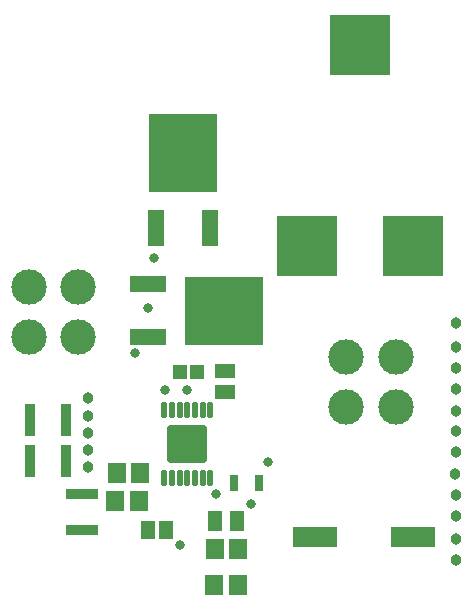
<source format=gts>
G04*
G04 #@! TF.GenerationSoftware,Altium Limited,Altium Designer,20.1.14 (287)*
G04*
G04 Layer_Color=8388736*
%FSLAX25Y25*%
%MOIN*%
G70*
G04*
G04 #@! TF.SameCoordinates,EDB217C5-CD14-42A3-A981-AABFE87B0B62*
G04*
G04*
G04 #@! TF.FilePolarity,Negative*
G04*
G01*
G75*
%ADD24R,0.02977X0.05733*%
%ADD31R,0.20485X0.20485*%
%ADD32R,0.22650X0.26391*%
%ADD33R,0.05721X0.12020*%
%ADD34R,0.06312X0.06706*%
%ADD35R,0.06115X0.06902*%
%ADD36R,0.04540X0.04934*%
%ADD37R,0.06509X0.04934*%
%ADD38R,0.14776X0.06509*%
%ADD39R,0.12020X0.05721*%
%ADD40R,0.26391X0.22650*%
%ADD41R,0.04934X0.06509*%
%ADD42R,0.04540X0.06115*%
G04:AMPARAMS|DCode=43|XSize=126.11mil|YSize=130.05mil|CornerRadius=5.77mil|HoleSize=0mil|Usage=FLASHONLY|Rotation=90.000|XOffset=0mil|YOffset=0mil|HoleType=Round|Shape=RoundedRectangle|*
%AMROUNDEDRECTD43*
21,1,0.12611,0.11850,0,0,90.0*
21,1,0.11457,0.13005,0,0,90.0*
1,1,0.01154,0.05925,0.05728*
1,1,0.01154,0.05925,-0.05728*
1,1,0.01154,-0.05925,-0.05728*
1,1,0.01154,-0.05925,0.05728*
%
%ADD43ROUNDEDRECTD43*%
%ADD44R,0.03753X0.11036*%
%ADD45R,0.11036X0.03753*%
G04:AMPARAMS|DCode=46|XSize=19.75mil|YSize=51.24mil|CornerRadius=3.97mil|HoleSize=0mil|Usage=FLASHONLY|Rotation=180.000|XOffset=0mil|YOffset=0mil|HoleType=Round|Shape=RoundedRectangle|*
%AMROUNDEDRECTD46*
21,1,0.01975,0.04331,0,0,180.0*
21,1,0.01181,0.05124,0,0,180.0*
1,1,0.00794,-0.00591,0.02165*
1,1,0.00794,0.00591,0.02165*
1,1,0.00794,0.00591,-0.02165*
1,1,0.00794,-0.00591,-0.02165*
%
%ADD46ROUNDEDRECTD46*%
%ADD47C,0.11800*%
%ADD48C,0.03300*%
%ADD49C,0.03800*%
%ADD50C,0.02375*%
D24*
X266000Y212000D02*
D03*
X274465D02*
D03*
D31*
X290283Y291035D02*
D03*
X325716D02*
D03*
X308000Y357965D02*
D03*
D32*
X248976Y322197D02*
D03*
D33*
X240000Y297000D02*
D03*
X257953D02*
D03*
D34*
X234740Y215500D02*
D03*
X227260D02*
D03*
D35*
X259500Y178000D02*
D03*
X267374D02*
D03*
X267339Y190000D02*
D03*
X259661D02*
D03*
X234437Y206000D02*
D03*
X226563D02*
D03*
D36*
X253709Y249000D02*
D03*
X248000D02*
D03*
D37*
X263000Y249500D02*
D03*
Y242216D02*
D03*
D38*
X325740Y194000D02*
D03*
X293260D02*
D03*
D39*
X237500Y260547D02*
D03*
Y278500D02*
D03*
D40*
X262697Y269524D02*
D03*
D41*
X259858Y199500D02*
D03*
X267142D02*
D03*
D42*
X243500Y196500D02*
D03*
X237398D02*
D03*
D43*
X250500Y225000D02*
D03*
D44*
X197996Y233000D02*
D03*
X210004D02*
D03*
X197996Y219500D02*
D03*
X210004D02*
D03*
D45*
X215500Y196496D02*
D03*
Y208504D02*
D03*
D46*
X255618Y236221D02*
D03*
X258177D02*
D03*
X253059D02*
D03*
X250500D02*
D03*
X247941D02*
D03*
X258177Y213779D02*
D03*
X255618D02*
D03*
X253059D02*
D03*
X250500D02*
D03*
X247941D02*
D03*
X245382Y236221D02*
D03*
X242823D02*
D03*
X245382Y213779D02*
D03*
X242823D02*
D03*
D47*
X303500Y254000D02*
D03*
X320000D02*
D03*
X303500Y237500D02*
D03*
X320000D02*
D03*
X197750Y260750D02*
D03*
X214250D02*
D03*
X197750Y277250D02*
D03*
X214250D02*
D03*
D48*
X260000Y208500D02*
D03*
X248000Y191500D02*
D03*
X250500Y243000D02*
D03*
X243000D02*
D03*
X239500Y287000D02*
D03*
X233212Y255212D02*
D03*
X271642Y205000D02*
D03*
X277500Y219000D02*
D03*
X237500Y270500D02*
D03*
D49*
X340000Y257500D02*
D03*
Y250500D02*
D03*
Y186500D02*
D03*
Y193500D02*
D03*
X339963Y207966D02*
D03*
Y222466D02*
D03*
X340000Y236000D02*
D03*
Y265500D02*
D03*
X339855Y215024D02*
D03*
X340000Y243500D02*
D03*
X339949Y229500D02*
D03*
Y201000D02*
D03*
X217500Y217500D02*
D03*
X217496Y223205D02*
D03*
Y228824D02*
D03*
X217500Y234500D02*
D03*
Y240500D02*
D03*
D50*
X253453Y222047D02*
D03*
Y227953D02*
D03*
X247547Y222047D02*
D03*
Y227953D02*
D03*
M02*

</source>
